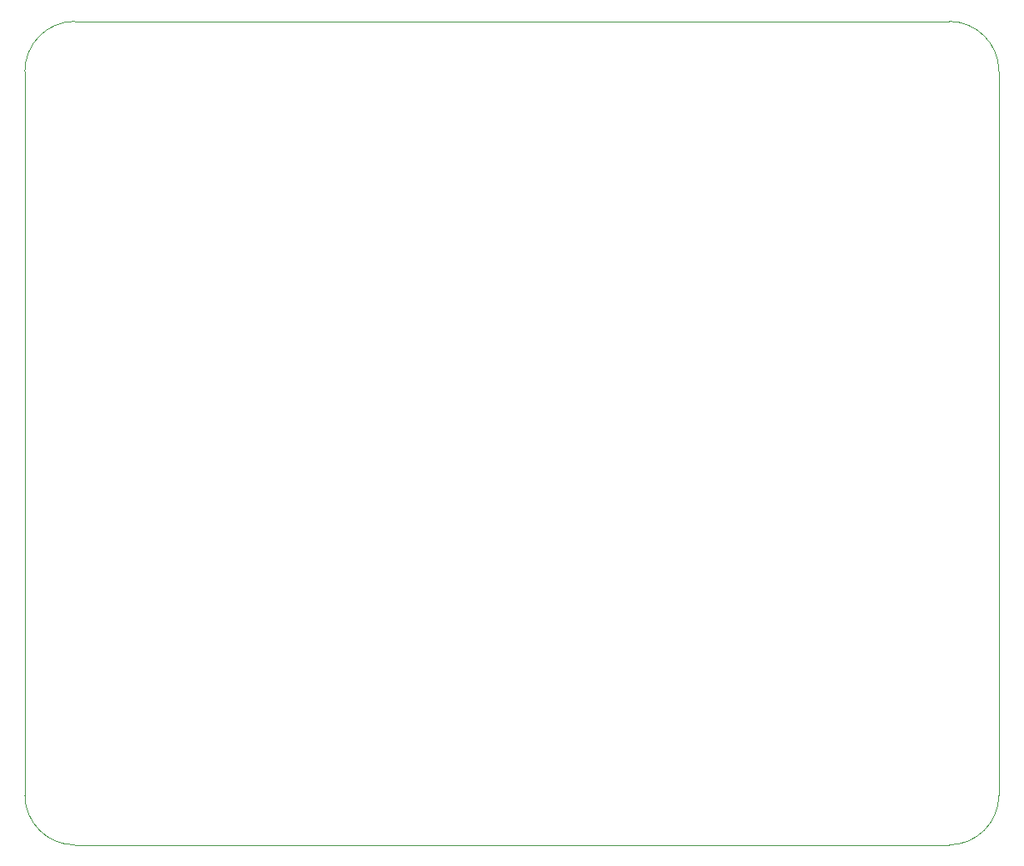
<source format=gbr>
%TF.GenerationSoftware,KiCad,Pcbnew,(6.0.7)*%
%TF.CreationDate,2023-03-27T09:38:57-04:00*%
%TF.ProjectId,RC_PCB,52435f50-4342-42e6-9b69-6361645f7063,rev?*%
%TF.SameCoordinates,Original*%
%TF.FileFunction,Profile,NP*%
%FSLAX46Y46*%
G04 Gerber Fmt 4.6, Leading zero omitted, Abs format (unit mm)*
G04 Created by KiCad (PCBNEW (6.0.7)) date 2023-03-27 09:38:57*
%MOMM*%
%LPD*%
G01*
G04 APERTURE LIST*
%TA.AperFunction,Profile*%
%ADD10C,0.100000*%
%TD*%
G04 APERTURE END LIST*
D10*
X200660000Y-132080000D02*
X111760000Y-132080000D01*
X106680000Y-127000000D02*
G75*
G03*
X111760000Y-132080000I5080000J0D01*
G01*
X200660000Y-132080000D02*
G75*
G03*
X205740000Y-127000000I0J5080000D01*
G01*
X106680000Y-127000000D02*
X106680000Y-53340000D01*
X111760000Y-48260000D02*
X200660000Y-48260000D01*
X111760000Y-48260000D02*
G75*
G03*
X106680000Y-53340000I0J-5080000D01*
G01*
X205740000Y-53340000D02*
G75*
G03*
X200660000Y-48260000I-5080000J0D01*
G01*
X205740000Y-53340000D02*
X205740000Y-127000000D01*
M02*

</source>
